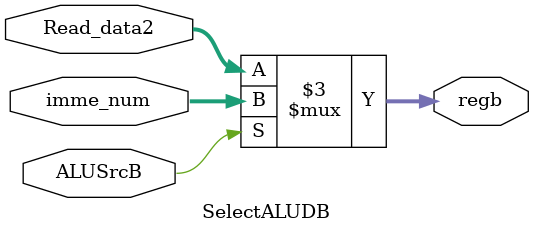
<source format=v>
`timescale 1ns / 1ps


module SelectALUDB(
    input [31:0] Read_data2,
    input [31:0] imme_num,
    input ALUSrcB,
    output reg [31:0] regb
    );
    always@(Read_data2 or imme_num or ALUSrcB)
    if(ALUSrcB)
     regb = imme_num;
    else
     regb = Read_data2;
endmodule

</source>
